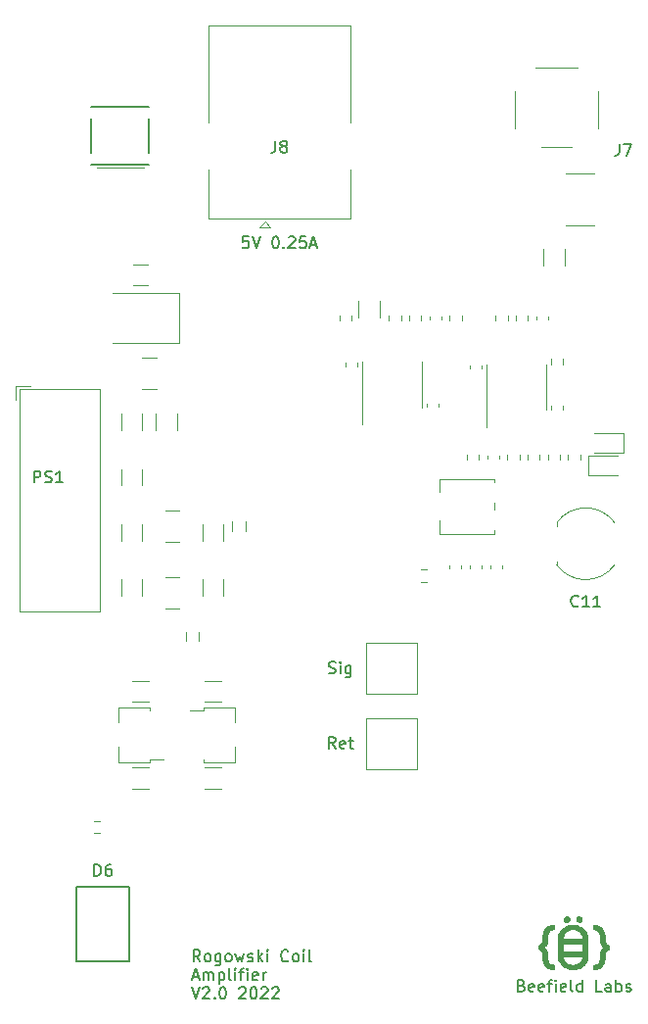
<source format=gbr>
%TF.GenerationSoftware,KiCad,Pcbnew,6.0.8-f2edbf62ab~116~ubuntu20.04.1*%
%TF.CreationDate,2022-11-13T19:06:06-08:00*%
%TF.ProjectId,packaged-amp,7061636b-6167-4656-942d-616d702e6b69,rev?*%
%TF.SameCoordinates,Original*%
%TF.FileFunction,Legend,Top*%
%TF.FilePolarity,Positive*%
%FSLAX46Y46*%
G04 Gerber Fmt 4.6, Leading zero omitted, Abs format (unit mm)*
G04 Created by KiCad (PCBNEW 6.0.8-f2edbf62ab~116~ubuntu20.04.1) date 2022-11-13 19:06:06*
%MOMM*%
%LPD*%
G01*
G04 APERTURE LIST*
%ADD10C,0.150000*%
%ADD11C,0.120000*%
G04 APERTURE END LIST*
D10*
X120702380Y-144428571D02*
X120845238Y-144476190D01*
X120892857Y-144523809D01*
X120940476Y-144619047D01*
X120940476Y-144761904D01*
X120892857Y-144857142D01*
X120845238Y-144904761D01*
X120750000Y-144952380D01*
X120369047Y-144952380D01*
X120369047Y-143952380D01*
X120702380Y-143952380D01*
X120797619Y-144000000D01*
X120845238Y-144047619D01*
X120892857Y-144142857D01*
X120892857Y-144238095D01*
X120845238Y-144333333D01*
X120797619Y-144380952D01*
X120702380Y-144428571D01*
X120369047Y-144428571D01*
X121750000Y-144904761D02*
X121654761Y-144952380D01*
X121464285Y-144952380D01*
X121369047Y-144904761D01*
X121321428Y-144809523D01*
X121321428Y-144428571D01*
X121369047Y-144333333D01*
X121464285Y-144285714D01*
X121654761Y-144285714D01*
X121750000Y-144333333D01*
X121797619Y-144428571D01*
X121797619Y-144523809D01*
X121321428Y-144619047D01*
X122607142Y-144904761D02*
X122511904Y-144952380D01*
X122321428Y-144952380D01*
X122226190Y-144904761D01*
X122178571Y-144809523D01*
X122178571Y-144428571D01*
X122226190Y-144333333D01*
X122321428Y-144285714D01*
X122511904Y-144285714D01*
X122607142Y-144333333D01*
X122654761Y-144428571D01*
X122654761Y-144523809D01*
X122178571Y-144619047D01*
X122940476Y-144285714D02*
X123321428Y-144285714D01*
X123083333Y-144952380D02*
X123083333Y-144095238D01*
X123130952Y-144000000D01*
X123226190Y-143952380D01*
X123321428Y-143952380D01*
X123654761Y-144952380D02*
X123654761Y-144285714D01*
X123654761Y-143952380D02*
X123607142Y-144000000D01*
X123654761Y-144047619D01*
X123702380Y-144000000D01*
X123654761Y-143952380D01*
X123654761Y-144047619D01*
X124511904Y-144904761D02*
X124416666Y-144952380D01*
X124226190Y-144952380D01*
X124130952Y-144904761D01*
X124083333Y-144809523D01*
X124083333Y-144428571D01*
X124130952Y-144333333D01*
X124226190Y-144285714D01*
X124416666Y-144285714D01*
X124511904Y-144333333D01*
X124559523Y-144428571D01*
X124559523Y-144523809D01*
X124083333Y-144619047D01*
X125130952Y-144952380D02*
X125035714Y-144904761D01*
X124988095Y-144809523D01*
X124988095Y-143952380D01*
X125940476Y-144952380D02*
X125940476Y-143952380D01*
X125940476Y-144904761D02*
X125845238Y-144952380D01*
X125654761Y-144952380D01*
X125559523Y-144904761D01*
X125511904Y-144857142D01*
X125464285Y-144761904D01*
X125464285Y-144476190D01*
X125511904Y-144380952D01*
X125559523Y-144333333D01*
X125654761Y-144285714D01*
X125845238Y-144285714D01*
X125940476Y-144333333D01*
X127654761Y-144952380D02*
X127178571Y-144952380D01*
X127178571Y-143952380D01*
X128416666Y-144952380D02*
X128416666Y-144428571D01*
X128369047Y-144333333D01*
X128273809Y-144285714D01*
X128083333Y-144285714D01*
X127988095Y-144333333D01*
X128416666Y-144904761D02*
X128321428Y-144952380D01*
X128083333Y-144952380D01*
X127988095Y-144904761D01*
X127940476Y-144809523D01*
X127940476Y-144714285D01*
X127988095Y-144619047D01*
X128083333Y-144571428D01*
X128321428Y-144571428D01*
X128416666Y-144523809D01*
X128892857Y-144952380D02*
X128892857Y-143952380D01*
X128892857Y-144333333D02*
X128988095Y-144285714D01*
X129178571Y-144285714D01*
X129273809Y-144333333D01*
X129321428Y-144380952D01*
X129369047Y-144476190D01*
X129369047Y-144761904D01*
X129321428Y-144857142D01*
X129273809Y-144904761D01*
X129178571Y-144952380D01*
X128988095Y-144952380D01*
X128892857Y-144904761D01*
X129750000Y-144904761D02*
X129845238Y-144952380D01*
X130035714Y-144952380D01*
X130130952Y-144904761D01*
X130178571Y-144809523D01*
X130178571Y-144761904D01*
X130130952Y-144666666D01*
X130035714Y-144619047D01*
X129892857Y-144619047D01*
X129797619Y-144571428D01*
X129750000Y-144476190D01*
X129750000Y-144428571D01*
X129797619Y-144333333D01*
X129892857Y-144285714D01*
X130035714Y-144285714D01*
X130130952Y-144333333D01*
X92907023Y-142342380D02*
X92573690Y-141866190D01*
X92335595Y-142342380D02*
X92335595Y-141342380D01*
X92716547Y-141342380D01*
X92811785Y-141390000D01*
X92859404Y-141437619D01*
X92907023Y-141532857D01*
X92907023Y-141675714D01*
X92859404Y-141770952D01*
X92811785Y-141818571D01*
X92716547Y-141866190D01*
X92335595Y-141866190D01*
X93478452Y-142342380D02*
X93383214Y-142294761D01*
X93335595Y-142247142D01*
X93287976Y-142151904D01*
X93287976Y-141866190D01*
X93335595Y-141770952D01*
X93383214Y-141723333D01*
X93478452Y-141675714D01*
X93621309Y-141675714D01*
X93716547Y-141723333D01*
X93764166Y-141770952D01*
X93811785Y-141866190D01*
X93811785Y-142151904D01*
X93764166Y-142247142D01*
X93716547Y-142294761D01*
X93621309Y-142342380D01*
X93478452Y-142342380D01*
X94668928Y-141675714D02*
X94668928Y-142485238D01*
X94621309Y-142580476D01*
X94573690Y-142628095D01*
X94478452Y-142675714D01*
X94335595Y-142675714D01*
X94240357Y-142628095D01*
X94668928Y-142294761D02*
X94573690Y-142342380D01*
X94383214Y-142342380D01*
X94287976Y-142294761D01*
X94240357Y-142247142D01*
X94192738Y-142151904D01*
X94192738Y-141866190D01*
X94240357Y-141770952D01*
X94287976Y-141723333D01*
X94383214Y-141675714D01*
X94573690Y-141675714D01*
X94668928Y-141723333D01*
X95287976Y-142342380D02*
X95192738Y-142294761D01*
X95145119Y-142247142D01*
X95097500Y-142151904D01*
X95097500Y-141866190D01*
X95145119Y-141770952D01*
X95192738Y-141723333D01*
X95287976Y-141675714D01*
X95430833Y-141675714D01*
X95526071Y-141723333D01*
X95573690Y-141770952D01*
X95621309Y-141866190D01*
X95621309Y-142151904D01*
X95573690Y-142247142D01*
X95526071Y-142294761D01*
X95430833Y-142342380D01*
X95287976Y-142342380D01*
X95954642Y-141675714D02*
X96145119Y-142342380D01*
X96335595Y-141866190D01*
X96526071Y-142342380D01*
X96716547Y-141675714D01*
X97049880Y-142294761D02*
X97145119Y-142342380D01*
X97335595Y-142342380D01*
X97430833Y-142294761D01*
X97478452Y-142199523D01*
X97478452Y-142151904D01*
X97430833Y-142056666D01*
X97335595Y-142009047D01*
X97192738Y-142009047D01*
X97097500Y-141961428D01*
X97049880Y-141866190D01*
X97049880Y-141818571D01*
X97097500Y-141723333D01*
X97192738Y-141675714D01*
X97335595Y-141675714D01*
X97430833Y-141723333D01*
X97907023Y-142342380D02*
X97907023Y-141342380D01*
X98002261Y-141961428D02*
X98287976Y-142342380D01*
X98287976Y-141675714D02*
X97907023Y-142056666D01*
X98716547Y-142342380D02*
X98716547Y-141675714D01*
X98716547Y-141342380D02*
X98668928Y-141390000D01*
X98716547Y-141437619D01*
X98764166Y-141390000D01*
X98716547Y-141342380D01*
X98716547Y-141437619D01*
X100526071Y-142247142D02*
X100478452Y-142294761D01*
X100335595Y-142342380D01*
X100240357Y-142342380D01*
X100097500Y-142294761D01*
X100002261Y-142199523D01*
X99954642Y-142104285D01*
X99907023Y-141913809D01*
X99907023Y-141770952D01*
X99954642Y-141580476D01*
X100002261Y-141485238D01*
X100097500Y-141390000D01*
X100240357Y-141342380D01*
X100335595Y-141342380D01*
X100478452Y-141390000D01*
X100526071Y-141437619D01*
X101097500Y-142342380D02*
X101002261Y-142294761D01*
X100954642Y-142247142D01*
X100907023Y-142151904D01*
X100907023Y-141866190D01*
X100954642Y-141770952D01*
X101002261Y-141723333D01*
X101097500Y-141675714D01*
X101240357Y-141675714D01*
X101335595Y-141723333D01*
X101383214Y-141770952D01*
X101430833Y-141866190D01*
X101430833Y-142151904D01*
X101383214Y-142247142D01*
X101335595Y-142294761D01*
X101240357Y-142342380D01*
X101097500Y-142342380D01*
X101859404Y-142342380D02*
X101859404Y-141675714D01*
X101859404Y-141342380D02*
X101811785Y-141390000D01*
X101859404Y-141437619D01*
X101907023Y-141390000D01*
X101859404Y-141342380D01*
X101859404Y-141437619D01*
X102478452Y-142342380D02*
X102383214Y-142294761D01*
X102335595Y-142199523D01*
X102335595Y-141342380D01*
X92287976Y-143666666D02*
X92764166Y-143666666D01*
X92192738Y-143952380D02*
X92526071Y-142952380D01*
X92859404Y-143952380D01*
X93192738Y-143952380D02*
X93192738Y-143285714D01*
X93192738Y-143380952D02*
X93240357Y-143333333D01*
X93335595Y-143285714D01*
X93478452Y-143285714D01*
X93573690Y-143333333D01*
X93621309Y-143428571D01*
X93621309Y-143952380D01*
X93621309Y-143428571D02*
X93668928Y-143333333D01*
X93764166Y-143285714D01*
X93907023Y-143285714D01*
X94002261Y-143333333D01*
X94049880Y-143428571D01*
X94049880Y-143952380D01*
X94526071Y-143285714D02*
X94526071Y-144285714D01*
X94526071Y-143333333D02*
X94621309Y-143285714D01*
X94811785Y-143285714D01*
X94907023Y-143333333D01*
X94954642Y-143380952D01*
X95002261Y-143476190D01*
X95002261Y-143761904D01*
X94954642Y-143857142D01*
X94907023Y-143904761D01*
X94811785Y-143952380D01*
X94621309Y-143952380D01*
X94526071Y-143904761D01*
X95573690Y-143952380D02*
X95478452Y-143904761D01*
X95430833Y-143809523D01*
X95430833Y-142952380D01*
X95954642Y-143952380D02*
X95954642Y-143285714D01*
X95954642Y-142952380D02*
X95907023Y-143000000D01*
X95954642Y-143047619D01*
X96002261Y-143000000D01*
X95954642Y-142952380D01*
X95954642Y-143047619D01*
X96287976Y-143285714D02*
X96668928Y-143285714D01*
X96430833Y-143952380D02*
X96430833Y-143095238D01*
X96478452Y-143000000D01*
X96573690Y-142952380D01*
X96668928Y-142952380D01*
X97002261Y-143952380D02*
X97002261Y-143285714D01*
X97002261Y-142952380D02*
X96954642Y-143000000D01*
X97002261Y-143047619D01*
X97049880Y-143000000D01*
X97002261Y-142952380D01*
X97002261Y-143047619D01*
X97859404Y-143904761D02*
X97764166Y-143952380D01*
X97573690Y-143952380D01*
X97478452Y-143904761D01*
X97430833Y-143809523D01*
X97430833Y-143428571D01*
X97478452Y-143333333D01*
X97573690Y-143285714D01*
X97764166Y-143285714D01*
X97859404Y-143333333D01*
X97907023Y-143428571D01*
X97907023Y-143523809D01*
X97430833Y-143619047D01*
X98335595Y-143952380D02*
X98335595Y-143285714D01*
X98335595Y-143476190D02*
X98383214Y-143380952D01*
X98430833Y-143333333D01*
X98526071Y-143285714D01*
X98621309Y-143285714D01*
X92192738Y-144562380D02*
X92526071Y-145562380D01*
X92859404Y-144562380D01*
X93145119Y-144657619D02*
X93192738Y-144610000D01*
X93287976Y-144562380D01*
X93526071Y-144562380D01*
X93621309Y-144610000D01*
X93668928Y-144657619D01*
X93716547Y-144752857D01*
X93716547Y-144848095D01*
X93668928Y-144990952D01*
X93097500Y-145562380D01*
X93716547Y-145562380D01*
X94145119Y-145467142D02*
X94192738Y-145514761D01*
X94145119Y-145562380D01*
X94097500Y-145514761D01*
X94145119Y-145467142D01*
X94145119Y-145562380D01*
X94811785Y-144562380D02*
X94907023Y-144562380D01*
X95002261Y-144610000D01*
X95049880Y-144657619D01*
X95097500Y-144752857D01*
X95145119Y-144943333D01*
X95145119Y-145181428D01*
X95097500Y-145371904D01*
X95049880Y-145467142D01*
X95002261Y-145514761D01*
X94907023Y-145562380D01*
X94811785Y-145562380D01*
X94716547Y-145514761D01*
X94668928Y-145467142D01*
X94621309Y-145371904D01*
X94573690Y-145181428D01*
X94573690Y-144943333D01*
X94621309Y-144752857D01*
X94668928Y-144657619D01*
X94716547Y-144610000D01*
X94811785Y-144562380D01*
X96287976Y-144657619D02*
X96335595Y-144610000D01*
X96430833Y-144562380D01*
X96668928Y-144562380D01*
X96764166Y-144610000D01*
X96811785Y-144657619D01*
X96859404Y-144752857D01*
X96859404Y-144848095D01*
X96811785Y-144990952D01*
X96240357Y-145562380D01*
X96859404Y-145562380D01*
X97478452Y-144562380D02*
X97573690Y-144562380D01*
X97668928Y-144610000D01*
X97716547Y-144657619D01*
X97764166Y-144752857D01*
X97811785Y-144943333D01*
X97811785Y-145181428D01*
X97764166Y-145371904D01*
X97716547Y-145467142D01*
X97668928Y-145514761D01*
X97573690Y-145562380D01*
X97478452Y-145562380D01*
X97383214Y-145514761D01*
X97335595Y-145467142D01*
X97287976Y-145371904D01*
X97240357Y-145181428D01*
X97240357Y-144943333D01*
X97287976Y-144752857D01*
X97335595Y-144657619D01*
X97383214Y-144610000D01*
X97478452Y-144562380D01*
X98192738Y-144657619D02*
X98240357Y-144610000D01*
X98335595Y-144562380D01*
X98573690Y-144562380D01*
X98668928Y-144610000D01*
X98716547Y-144657619D01*
X98764166Y-144752857D01*
X98764166Y-144848095D01*
X98716547Y-144990952D01*
X98145119Y-145562380D01*
X98764166Y-145562380D01*
X99145119Y-144657619D02*
X99192738Y-144610000D01*
X99287976Y-144562380D01*
X99526071Y-144562380D01*
X99621309Y-144610000D01*
X99668928Y-144657619D01*
X99716547Y-144752857D01*
X99716547Y-144848095D01*
X99668928Y-144990952D01*
X99097500Y-145562380D01*
X99716547Y-145562380D01*
X97083333Y-79702380D02*
X96607142Y-79702380D01*
X96559523Y-80178571D01*
X96607142Y-80130952D01*
X96702380Y-80083333D01*
X96940476Y-80083333D01*
X97035714Y-80130952D01*
X97083333Y-80178571D01*
X97130952Y-80273809D01*
X97130952Y-80511904D01*
X97083333Y-80607142D01*
X97035714Y-80654761D01*
X96940476Y-80702380D01*
X96702380Y-80702380D01*
X96607142Y-80654761D01*
X96559523Y-80607142D01*
X97416666Y-79702380D02*
X97750000Y-80702380D01*
X98083333Y-79702380D01*
X99369047Y-79702380D02*
X99464285Y-79702380D01*
X99559523Y-79750000D01*
X99607142Y-79797619D01*
X99654761Y-79892857D01*
X99702380Y-80083333D01*
X99702380Y-80321428D01*
X99654761Y-80511904D01*
X99607142Y-80607142D01*
X99559523Y-80654761D01*
X99464285Y-80702380D01*
X99369047Y-80702380D01*
X99273809Y-80654761D01*
X99226190Y-80607142D01*
X99178571Y-80511904D01*
X99130952Y-80321428D01*
X99130952Y-80083333D01*
X99178571Y-79892857D01*
X99226190Y-79797619D01*
X99273809Y-79750000D01*
X99369047Y-79702380D01*
X100130952Y-80607142D02*
X100178571Y-80654761D01*
X100130952Y-80702380D01*
X100083333Y-80654761D01*
X100130952Y-80607142D01*
X100130952Y-80702380D01*
X100559523Y-79797619D02*
X100607142Y-79750000D01*
X100702380Y-79702380D01*
X100940476Y-79702380D01*
X101035714Y-79750000D01*
X101083333Y-79797619D01*
X101130952Y-79892857D01*
X101130952Y-79988095D01*
X101083333Y-80130952D01*
X100511904Y-80702380D01*
X101130952Y-80702380D01*
X102035714Y-79702380D02*
X101559523Y-79702380D01*
X101511904Y-80178571D01*
X101559523Y-80130952D01*
X101654761Y-80083333D01*
X101892857Y-80083333D01*
X101988095Y-80130952D01*
X102035714Y-80178571D01*
X102083333Y-80273809D01*
X102083333Y-80511904D01*
X102035714Y-80607142D01*
X101988095Y-80654761D01*
X101892857Y-80702380D01*
X101654761Y-80702380D01*
X101559523Y-80654761D01*
X101511904Y-80607142D01*
X102464285Y-80416666D02*
X102940476Y-80416666D01*
X102369047Y-80702380D02*
X102702380Y-79702380D01*
X103035714Y-80702380D01*
X104595238Y-123952380D02*
X104261904Y-123476190D01*
X104023809Y-123952380D02*
X104023809Y-122952380D01*
X104404761Y-122952380D01*
X104500000Y-123000000D01*
X104547619Y-123047619D01*
X104595238Y-123142857D01*
X104595238Y-123285714D01*
X104547619Y-123380952D01*
X104500000Y-123428571D01*
X104404761Y-123476190D01*
X104023809Y-123476190D01*
X105404761Y-123904761D02*
X105309523Y-123952380D01*
X105119047Y-123952380D01*
X105023809Y-123904761D01*
X104976190Y-123809523D01*
X104976190Y-123428571D01*
X105023809Y-123333333D01*
X105119047Y-123285714D01*
X105309523Y-123285714D01*
X105404761Y-123333333D01*
X105452380Y-123428571D01*
X105452380Y-123523809D01*
X104976190Y-123619047D01*
X105738095Y-123285714D02*
X106119047Y-123285714D01*
X105880952Y-122952380D02*
X105880952Y-123809523D01*
X105928571Y-123904761D01*
X106023809Y-123952380D01*
X106119047Y-123952380D01*
X104023809Y-117404761D02*
X104166666Y-117452380D01*
X104404761Y-117452380D01*
X104500000Y-117404761D01*
X104547619Y-117357142D01*
X104595238Y-117261904D01*
X104595238Y-117166666D01*
X104547619Y-117071428D01*
X104500000Y-117023809D01*
X104404761Y-116976190D01*
X104214285Y-116928571D01*
X104119047Y-116880952D01*
X104071428Y-116833333D01*
X104023809Y-116738095D01*
X104023809Y-116642857D01*
X104071428Y-116547619D01*
X104119047Y-116500000D01*
X104214285Y-116452380D01*
X104452380Y-116452380D01*
X104595238Y-116500000D01*
X105023809Y-117452380D02*
X105023809Y-116785714D01*
X105023809Y-116452380D02*
X104976190Y-116500000D01*
X105023809Y-116547619D01*
X105071428Y-116500000D01*
X105023809Y-116452380D01*
X105023809Y-116547619D01*
X105928571Y-116785714D02*
X105928571Y-117595238D01*
X105880952Y-117690476D01*
X105833333Y-117738095D01*
X105738095Y-117785714D01*
X105595238Y-117785714D01*
X105500000Y-117738095D01*
X105928571Y-117404761D02*
X105833333Y-117452380D01*
X105642857Y-117452380D01*
X105547619Y-117404761D01*
X105500000Y-117357142D01*
X105452380Y-117261904D01*
X105452380Y-116976190D01*
X105500000Y-116880952D01*
X105547619Y-116833333D01*
X105642857Y-116785714D01*
X105833333Y-116785714D01*
X105928571Y-116833333D01*
%TO.C,J8*%
X99416666Y-71452380D02*
X99416666Y-72166666D01*
X99369047Y-72309523D01*
X99273809Y-72404761D01*
X99130952Y-72452380D01*
X99035714Y-72452380D01*
X100035714Y-71880952D02*
X99940476Y-71833333D01*
X99892857Y-71785714D01*
X99845238Y-71690476D01*
X99845238Y-71642857D01*
X99892857Y-71547619D01*
X99940476Y-71500000D01*
X100035714Y-71452380D01*
X100226190Y-71452380D01*
X100321428Y-71500000D01*
X100369047Y-71547619D01*
X100416666Y-71642857D01*
X100416666Y-71690476D01*
X100369047Y-71785714D01*
X100321428Y-71833333D01*
X100226190Y-71880952D01*
X100035714Y-71880952D01*
X99940476Y-71928571D01*
X99892857Y-71976190D01*
X99845238Y-72071428D01*
X99845238Y-72261904D01*
X99892857Y-72357142D01*
X99940476Y-72404761D01*
X100035714Y-72452380D01*
X100226190Y-72452380D01*
X100321428Y-72404761D01*
X100369047Y-72357142D01*
X100416666Y-72261904D01*
X100416666Y-72071428D01*
X100369047Y-71976190D01*
X100321428Y-71928571D01*
X100226190Y-71880952D01*
%TO.C,PS1*%
X78535714Y-100952380D02*
X78535714Y-99952380D01*
X78916666Y-99952380D01*
X79011904Y-100000000D01*
X79059523Y-100047619D01*
X79107142Y-100142857D01*
X79107142Y-100285714D01*
X79059523Y-100380952D01*
X79011904Y-100428571D01*
X78916666Y-100476190D01*
X78535714Y-100476190D01*
X79488095Y-100904761D02*
X79630952Y-100952380D01*
X79869047Y-100952380D01*
X79964285Y-100904761D01*
X80011904Y-100857142D01*
X80059523Y-100761904D01*
X80059523Y-100666666D01*
X80011904Y-100571428D01*
X79964285Y-100523809D01*
X79869047Y-100476190D01*
X79678571Y-100428571D01*
X79583333Y-100380952D01*
X79535714Y-100333333D01*
X79488095Y-100238095D01*
X79488095Y-100142857D01*
X79535714Y-100047619D01*
X79583333Y-100000000D01*
X79678571Y-99952380D01*
X79916666Y-99952380D01*
X80059523Y-100000000D01*
X81011904Y-100952380D02*
X80440476Y-100952380D01*
X80726190Y-100952380D02*
X80726190Y-99952380D01*
X80630952Y-100095238D01*
X80535714Y-100190476D01*
X80440476Y-100238095D01*
%TO.C,D6*%
X83761904Y-134952380D02*
X83761904Y-133952380D01*
X84000000Y-133952380D01*
X84142857Y-134000000D01*
X84238095Y-134095238D01*
X84285714Y-134190476D01*
X84333333Y-134380952D01*
X84333333Y-134523809D01*
X84285714Y-134714285D01*
X84238095Y-134809523D01*
X84142857Y-134904761D01*
X84000000Y-134952380D01*
X83761904Y-134952380D01*
X85190476Y-133952380D02*
X85000000Y-133952380D01*
X84904761Y-134000000D01*
X84857142Y-134047619D01*
X84761904Y-134190476D01*
X84714285Y-134380952D01*
X84714285Y-134761904D01*
X84761904Y-134857142D01*
X84809523Y-134904761D01*
X84904761Y-134952380D01*
X85095238Y-134952380D01*
X85190476Y-134904761D01*
X85238095Y-134857142D01*
X85285714Y-134761904D01*
X85285714Y-134523809D01*
X85238095Y-134428571D01*
X85190476Y-134380952D01*
X85095238Y-134333333D01*
X84904761Y-134333333D01*
X84809523Y-134380952D01*
X84761904Y-134428571D01*
X84714285Y-134523809D01*
%TO.C,C11*%
X125607142Y-111607142D02*
X125559523Y-111654761D01*
X125416666Y-111702380D01*
X125321428Y-111702380D01*
X125178571Y-111654761D01*
X125083333Y-111559523D01*
X125035714Y-111464285D01*
X124988095Y-111273809D01*
X124988095Y-111130952D01*
X125035714Y-110940476D01*
X125083333Y-110845238D01*
X125178571Y-110750000D01*
X125321428Y-110702380D01*
X125416666Y-110702380D01*
X125559523Y-110750000D01*
X125607142Y-110797619D01*
X126559523Y-111702380D02*
X125988095Y-111702380D01*
X126273809Y-111702380D02*
X126273809Y-110702380D01*
X126178571Y-110845238D01*
X126083333Y-110940476D01*
X125988095Y-110988095D01*
X127511904Y-111702380D02*
X126940476Y-111702380D01*
X127226190Y-111702380D02*
X127226190Y-110702380D01*
X127130952Y-110845238D01*
X127035714Y-110940476D01*
X126940476Y-110988095D01*
%TO.C,J7*%
X129166666Y-71702380D02*
X129166666Y-72416666D01*
X129119047Y-72559523D01*
X129023809Y-72654761D01*
X128880952Y-72702380D01*
X128785714Y-72702380D01*
X129547619Y-71702380D02*
X130214285Y-71702380D01*
X129785714Y-72702380D01*
D11*
%TO.C,R6*%
X125772500Y-98987258D02*
X125772500Y-98512742D01*
X124727500Y-98987258D02*
X124727500Y-98512742D01*
%TO.C,C2*%
X86090000Y-95038748D02*
X86090000Y-96461252D01*
X87910000Y-95038748D02*
X87910000Y-96461252D01*
%TO.C,C5*%
X106510000Y-90609420D02*
X106510000Y-90890580D01*
X105490000Y-90609420D02*
X105490000Y-90890580D01*
%TO.C,FB1*%
X91690000Y-113850378D02*
X91690000Y-114649622D01*
X92810000Y-113850378D02*
X92810000Y-114649622D01*
%TO.C,U1*%
X112060000Y-92500000D02*
X112060000Y-90550000D01*
X106940000Y-92500000D02*
X106940000Y-90550000D01*
X112060000Y-92500000D02*
X112060000Y-94450000D01*
X106940000Y-92500000D02*
X106940000Y-95950000D01*
%TO.C,C9*%
X119010000Y-108390580D02*
X119010000Y-108109420D01*
X117990000Y-108390580D02*
X117990000Y-108109420D01*
%TO.C,R1*%
X112012742Y-108477500D02*
X112487258Y-108477500D01*
X112012742Y-109522500D02*
X112487258Y-109522500D01*
%TO.C,R9*%
X112022500Y-86512742D02*
X112022500Y-86987258D01*
X110977500Y-86512742D02*
X110977500Y-86987258D01*
%TO.C,D1*%
X129500000Y-96650000D02*
X126950000Y-96650000D01*
X129500000Y-98350000D02*
X129500000Y-96650000D01*
X129500000Y-98350000D02*
X126950000Y-98350000D01*
%TO.C,L2*%
X89102064Y-90140000D02*
X87897936Y-90140000D01*
X89102064Y-92860000D02*
X87897936Y-92860000D01*
%TO.C,C4*%
X90910000Y-95038748D02*
X90910000Y-96461252D01*
X89090000Y-95038748D02*
X89090000Y-96461252D01*
%TO.C,C15*%
X106590000Y-86711252D02*
X106590000Y-85288748D01*
X108410000Y-86711252D02*
X108410000Y-85288748D01*
%TO.C,C31*%
X94711252Y-125590000D02*
X93288748Y-125590000D01*
X94711252Y-127410000D02*
X93288748Y-127410000D01*
%TO.C,TP11*%
X107300000Y-114800000D02*
X111700000Y-114800000D01*
X111700000Y-119200000D02*
X107300000Y-119200000D01*
X107300000Y-119200000D02*
X107300000Y-114800000D01*
X111700000Y-114800000D02*
X111700000Y-119200000D01*
%TO.C,R10*%
X124272500Y-90262742D02*
X124272500Y-90737258D01*
X123227500Y-90262742D02*
X123227500Y-90737258D01*
%TO.C,C14*%
X117740000Y-98609420D02*
X117740000Y-98890580D01*
X118760000Y-98609420D02*
X118760000Y-98890580D01*
%TO.C,C3*%
X87910000Y-110711252D02*
X87910000Y-109288748D01*
X86090000Y-110711252D02*
X86090000Y-109288748D01*
%TO.C,C30*%
X88461252Y-127410000D02*
X87038748Y-127410000D01*
X88461252Y-125590000D02*
X87038748Y-125590000D01*
%TO.C,R7*%
X110272500Y-86987258D02*
X110272500Y-86512742D01*
X109227500Y-86987258D02*
X109227500Y-86512742D01*
%TO.C,C28*%
X88461252Y-119910000D02*
X87038748Y-119910000D01*
X88461252Y-118090000D02*
X87038748Y-118090000D01*
%TO.C,L3*%
X89897936Y-109140000D02*
X91102064Y-109140000D01*
X89897936Y-111860000D02*
X91102064Y-111860000D01*
%TO.C,R25*%
X83762742Y-131272500D02*
X84237258Y-131272500D01*
X83762742Y-130227500D02*
X84237258Y-130227500D01*
%TO.C,C12*%
X116240000Y-90859420D02*
X116240000Y-91140580D01*
X117260000Y-90859420D02*
X117260000Y-91140580D01*
%TO.C,H1*%
G36*
X127171907Y-139206891D02*
G01*
X127303431Y-139231698D01*
X127426698Y-139271792D01*
X127539411Y-139326214D01*
X127639275Y-139394004D01*
X127723994Y-139474206D01*
X127739901Y-139492846D01*
X127811754Y-139595606D01*
X127872676Y-139714232D01*
X127921814Y-139845976D01*
X127958315Y-139988094D01*
X127981328Y-140137836D01*
X127989999Y-140292457D01*
X127990037Y-140298932D01*
X127994253Y-140428994D01*
X128006029Y-140540440D01*
X128025630Y-140634525D01*
X128053320Y-140712504D01*
X128089365Y-140775630D01*
X128091222Y-140778188D01*
X128110281Y-140802606D01*
X128130375Y-140823914D01*
X128155217Y-140845087D01*
X128188520Y-140869100D01*
X128233995Y-140898928D01*
X128271254Y-140922477D01*
X128315234Y-140953896D01*
X128344508Y-140986192D01*
X128361747Y-141024672D01*
X128369620Y-141074645D01*
X128370988Y-141120740D01*
X128368058Y-141191952D01*
X128357654Y-141247067D01*
X128337184Y-141290585D01*
X128304054Y-141327007D01*
X128255671Y-141360831D01*
X128221627Y-141379954D01*
X128149266Y-141429275D01*
X128091752Y-141492865D01*
X128059121Y-141547208D01*
X128040566Y-141587404D01*
X128025882Y-141628667D01*
X128014444Y-141674545D01*
X128005630Y-141728586D01*
X127998816Y-141794338D01*
X127993378Y-141875348D01*
X127990221Y-141939349D01*
X127982594Y-142070496D01*
X127971779Y-142184261D01*
X127957018Y-142284287D01*
X127937556Y-142374217D01*
X127912634Y-142457697D01*
X127881496Y-142538369D01*
X127852837Y-142600807D01*
X127785656Y-142716722D01*
X127705158Y-142816213D01*
X127611320Y-142899293D01*
X127504121Y-142965976D01*
X127383536Y-143016277D01*
X127249544Y-143050209D01*
X127102120Y-143067787D01*
X127088898Y-143068531D01*
X127036171Y-143071093D01*
X127000200Y-143071917D01*
X126976604Y-143070387D01*
X126961002Y-143065888D01*
X126949013Y-143057804D01*
X126938086Y-143047350D01*
X126927943Y-143036668D01*
X126920657Y-143025765D01*
X126915757Y-143011158D01*
X126912769Y-142989370D01*
X126911219Y-142956920D01*
X126910637Y-142910329D01*
X126910547Y-142846117D01*
X126910547Y-142844705D01*
X126911018Y-142772686D01*
X126913089Y-142718955D01*
X126917747Y-142680644D01*
X126925981Y-142654883D01*
X126938778Y-142638803D01*
X126957126Y-142629535D01*
X126982012Y-142624210D01*
X126986686Y-142623529D01*
X127055985Y-142613406D01*
X127108507Y-142604636D01*
X127148515Y-142596268D01*
X127180273Y-142587352D01*
X127208044Y-142576936D01*
X127220774Y-142571326D01*
X127296454Y-142525844D01*
X127356841Y-142465822D01*
X127397049Y-142401231D01*
X127414686Y-142362350D01*
X127429625Y-142322641D01*
X127442244Y-142279644D01*
X127452919Y-142230900D01*
X127462026Y-142173952D01*
X127469943Y-142106341D01*
X127477046Y-142025607D01*
X127483711Y-141929293D01*
X127490316Y-141814940D01*
X127492141Y-141780599D01*
X127497762Y-141690492D01*
X127504386Y-141618324D01*
X127512391Y-141560877D01*
X127522155Y-141514935D01*
X127524269Y-141507140D01*
X127562587Y-141399669D01*
X127612546Y-141306607D01*
X127673041Y-141229698D01*
X127732271Y-141178080D01*
X127789997Y-141136743D01*
X127742803Y-141104273D01*
X127680857Y-141052095D01*
X127627396Y-140985660D01*
X127579828Y-140901716D01*
X127577506Y-140896891D01*
X127552730Y-140841398D01*
X127533517Y-140788569D01*
X127518937Y-140733911D01*
X127508058Y-140672928D01*
X127499949Y-140601128D01*
X127493679Y-140514016D01*
X127492014Y-140484141D01*
X127485309Y-140365057D01*
X127478641Y-140264654D01*
X127471624Y-140180451D01*
X127463875Y-140109965D01*
X127455010Y-140050716D01*
X127444646Y-140000222D01*
X127432398Y-139956002D01*
X127417884Y-139915573D01*
X127400719Y-139876455D01*
X127396763Y-139868218D01*
X127358095Y-139804048D01*
X127309477Y-139752208D01*
X127248714Y-139711439D01*
X127173613Y-139680480D01*
X127081981Y-139658071D01*
X127012406Y-139647481D01*
X126962731Y-139634278D01*
X126935677Y-139615940D01*
X126926289Y-139605699D01*
X126919587Y-139594394D01*
X126915120Y-139578510D01*
X126912434Y-139554532D01*
X126911079Y-139518943D01*
X126910601Y-139468228D01*
X126910547Y-139420516D01*
X126910661Y-139356839D01*
X126911312Y-139310802D01*
X126912969Y-139278878D01*
X126916098Y-139257542D01*
X126921164Y-139243267D01*
X126928637Y-139232526D01*
X126936524Y-139224243D01*
X126953682Y-139209977D01*
X126973532Y-139202099D01*
X127002799Y-139198828D01*
X127034420Y-139198328D01*
X127171907Y-139206891D01*
G37*
G36*
X124723363Y-138430017D02*
G01*
X124794837Y-138460876D01*
X124853147Y-138506373D01*
X124896902Y-138563556D01*
X124924708Y-138629473D01*
X124935173Y-138701173D01*
X124926904Y-138775704D01*
X124910145Y-138825856D01*
X124873285Y-138886659D01*
X124822164Y-138935867D01*
X124760790Y-138971688D01*
X124693174Y-138992327D01*
X124623324Y-138995993D01*
X124559801Y-138982571D01*
X124486960Y-138946661D01*
X124429618Y-138897431D01*
X124388955Y-138836656D01*
X124366150Y-138766111D01*
X124362384Y-138687571D01*
X124362523Y-138685777D01*
X124376938Y-138611594D01*
X124408384Y-138548441D01*
X124455616Y-138495369D01*
X124520388Y-138449348D01*
X124589751Y-138423790D01*
X124662839Y-138418908D01*
X124723363Y-138430017D01*
G37*
G36*
X123500783Y-139201260D02*
G01*
X123530135Y-139205747D01*
X123551999Y-139213556D01*
X123567470Y-139227519D01*
X123577645Y-139250470D01*
X123583619Y-139285242D01*
X123586489Y-139334668D01*
X123587350Y-139401581D01*
X123587381Y-139425135D01*
X123587091Y-139496528D01*
X123585053Y-139549734D01*
X123579509Y-139587734D01*
X123568703Y-139613507D01*
X123550877Y-139630034D01*
X123524277Y-139640294D01*
X123487144Y-139647269D01*
X123453770Y-139651814D01*
X123356587Y-139670183D01*
X123276191Y-139698153D01*
X123209896Y-139737023D01*
X123155019Y-139788094D01*
X123143451Y-139802056D01*
X123111354Y-139848788D01*
X123084808Y-139901894D01*
X123063254Y-139963791D01*
X123046135Y-140036899D01*
X123032892Y-140123634D01*
X123022968Y-140226416D01*
X123015805Y-140347662D01*
X123015382Y-140357141D01*
X123011319Y-140446507D01*
X123007595Y-140518098D01*
X123003852Y-140575291D01*
X122999736Y-140621466D01*
X122994889Y-140660001D01*
X122988956Y-140694277D01*
X122981581Y-140727671D01*
X122972670Y-140762581D01*
X122936760Y-140866881D01*
X122888388Y-140958802D01*
X122829110Y-141035863D01*
X122765896Y-141091780D01*
X122708408Y-141132946D01*
X122744209Y-141155072D01*
X122782619Y-141184524D01*
X122825153Y-141226107D01*
X122865826Y-141273357D01*
X122898651Y-141319808D01*
X122902158Y-141325670D01*
X122927311Y-141376924D01*
X122952094Y-141441567D01*
X122973948Y-141511939D01*
X122990314Y-141580375D01*
X122993985Y-141600682D01*
X122997840Y-141632077D01*
X123002150Y-141680296D01*
X123006604Y-141741011D01*
X123010892Y-141809891D01*
X123014703Y-141882610D01*
X123015609Y-141902307D01*
X123021975Y-142017726D01*
X123030216Y-142114817D01*
X123040809Y-142196372D01*
X123054233Y-142265182D01*
X123070966Y-142324040D01*
X123091486Y-142375739D01*
X123099569Y-142392494D01*
X123148493Y-142469545D01*
X123209258Y-142529522D01*
X123282782Y-142573049D01*
X123369982Y-142600752D01*
X123416931Y-142608608D01*
X123470502Y-142615576D01*
X123507301Y-142621274D01*
X123531583Y-142626841D01*
X123547604Y-142633420D01*
X123559621Y-142642151D01*
X123566483Y-142648701D01*
X123574256Y-142658072D01*
X123579832Y-142670451D01*
X123583570Y-142689213D01*
X123585831Y-142717732D01*
X123586974Y-142759382D01*
X123587358Y-142817540D01*
X123587381Y-142844705D01*
X123587275Y-142909384D01*
X123586661Y-142956360D01*
X123585090Y-142989095D01*
X123582115Y-143011053D01*
X123577288Y-143025698D01*
X123570163Y-143036491D01*
X123561403Y-143045788D01*
X123545957Y-143059069D01*
X123528710Y-143066758D01*
X123503695Y-143070225D01*
X123464944Y-143070842D01*
X123452924Y-143070718D01*
X123398671Y-143068307D01*
X123337372Y-143063025D01*
X123285143Y-143056418D01*
X123147454Y-143025907D01*
X123023288Y-142979217D01*
X122912539Y-142916250D01*
X122815106Y-142836910D01*
X122730884Y-142741098D01*
X122659771Y-142628718D01*
X122601664Y-142499671D01*
X122561476Y-142373266D01*
X122547841Y-142318750D01*
X122536971Y-142266731D01*
X122528335Y-142212961D01*
X122521404Y-142153193D01*
X122515646Y-142083181D01*
X122510534Y-141998678D01*
X122507696Y-141942213D01*
X122504015Y-141873636D01*
X122499802Y-141809243D01*
X122495385Y-141753174D01*
X122491094Y-141709569D01*
X122487258Y-141682568D01*
X122486918Y-141680967D01*
X122458695Y-141587179D01*
X122418406Y-141508893D01*
X122363596Y-141442758D01*
X122291813Y-141385418D01*
X122253355Y-141361613D01*
X122205099Y-141332357D01*
X122171719Y-141306592D01*
X122150317Y-141279275D01*
X122137998Y-141245363D01*
X122131864Y-141199812D01*
X122129266Y-141145599D01*
X122129012Y-141080001D01*
X122134211Y-141030869D01*
X122146596Y-140993833D01*
X122167896Y-140964523D01*
X122199842Y-140938568D01*
X122215191Y-140928641D01*
X122288873Y-140880924D01*
X122345985Y-140838446D01*
X122389429Y-140798139D01*
X122422103Y-140756936D01*
X122446908Y-140711767D01*
X122465276Y-140664057D01*
X122481757Y-140599775D01*
X122494714Y-140519407D01*
X122503568Y-140427824D01*
X122507741Y-140329900D01*
X122507988Y-140304224D01*
X122513336Y-140185797D01*
X122528006Y-140063248D01*
X122550846Y-139942352D01*
X122580704Y-139828884D01*
X122616427Y-139728619D01*
X122628117Y-139701975D01*
X122693966Y-139582831D01*
X122774118Y-139478717D01*
X122867687Y-139390396D01*
X122973788Y-139318631D01*
X123091536Y-139264187D01*
X123161842Y-139241655D01*
X123218447Y-139228490D01*
X123283647Y-139216996D01*
X123351328Y-139207901D01*
X123415374Y-139201933D01*
X123469673Y-139199822D01*
X123500783Y-139201260D01*
G37*
G36*
X123830811Y-141244313D02*
G01*
X123830797Y-141124432D01*
X123830846Y-140970126D01*
X123831013Y-140835442D01*
X123831326Y-140718839D01*
X123831814Y-140618773D01*
X123832507Y-140533701D01*
X123833432Y-140462079D01*
X123834620Y-140402365D01*
X123836098Y-140353016D01*
X123836620Y-140341266D01*
X124349910Y-140341266D01*
X125989797Y-140341266D01*
X125989797Y-140316500D01*
X125985745Y-140281158D01*
X125974843Y-140232807D01*
X125958975Y-140177722D01*
X125940023Y-140122175D01*
X125919872Y-140072440D01*
X125910861Y-140053523D01*
X125843533Y-139942843D01*
X125762016Y-139847529D01*
X125666926Y-139768194D01*
X125561172Y-139706540D01*
X125479385Y-139671752D01*
X125399300Y-139647698D01*
X125313197Y-139632491D01*
X125227001Y-139624970D01*
X125092112Y-139625392D01*
X124966653Y-139642971D01*
X124846979Y-139678218D01*
X124846797Y-139678286D01*
X124757233Y-139717666D01*
X124679339Y-139765563D01*
X124606375Y-139826542D01*
X124562672Y-139870758D01*
X124484761Y-139969650D01*
X124423294Y-140081848D01*
X124378295Y-140207299D01*
X124355919Y-140306870D01*
X124349910Y-140341266D01*
X123836620Y-140341266D01*
X123837897Y-140312487D01*
X123840043Y-140279237D01*
X123842568Y-140251721D01*
X123845498Y-140228398D01*
X123847850Y-140213485D01*
X123884992Y-140055316D01*
X123940501Y-139905831D01*
X124013579Y-139766543D01*
X124103431Y-139638965D01*
X124209260Y-139524611D01*
X124211484Y-139522516D01*
X124334876Y-139420926D01*
X124469981Y-139336913D01*
X124616634Y-139270537D01*
X124774668Y-139221860D01*
X124943915Y-139190941D01*
X125124208Y-139177841D01*
X125169589Y-139177355D01*
X125323352Y-139182637D01*
X125463026Y-139198862D01*
X125593211Y-139227032D01*
X125718506Y-139268149D01*
X125843509Y-139323214D01*
X125846922Y-139324903D01*
X125948043Y-139379210D01*
X126034082Y-139435175D01*
X126110958Y-139497076D01*
X126183268Y-139567779D01*
X126281753Y-139685796D01*
X126362995Y-139813339D01*
X126427956Y-139952278D01*
X126477598Y-140104482D01*
X126493917Y-140171932D01*
X126497495Y-140189307D01*
X126500614Y-140207672D01*
X126503307Y-140228526D01*
X126505605Y-140253369D01*
X126507538Y-140283701D01*
X126509138Y-140321023D01*
X126510435Y-140366833D01*
X126511461Y-140422632D01*
X126512248Y-140489920D01*
X126512825Y-140570197D01*
X126513225Y-140664962D01*
X126513478Y-140775715D01*
X126513615Y-140903957D01*
X126513668Y-141051187D01*
X126513672Y-141124432D01*
X126513645Y-141280945D01*
X126513544Y-141417787D01*
X126513339Y-141536450D01*
X126512998Y-141638431D01*
X126512493Y-141725224D01*
X126511791Y-141798324D01*
X126510864Y-141859224D01*
X126509680Y-141909420D01*
X126508210Y-141950406D01*
X126506422Y-141983678D01*
X126504287Y-142010728D01*
X126501774Y-142033053D01*
X126498852Y-142052147D01*
X126495492Y-142069504D01*
X126494355Y-142074774D01*
X126449000Y-142236579D01*
X126387025Y-142386529D01*
X126309031Y-142523807D01*
X126215621Y-142647596D01*
X126107399Y-142757079D01*
X125984967Y-142851438D01*
X125872369Y-142918008D01*
X125773720Y-142963447D01*
X125664531Y-143003950D01*
X125555395Y-143035746D01*
X125516366Y-143044714D01*
X125479869Y-143051038D01*
X125430070Y-143057839D01*
X125372178Y-143064607D01*
X125311398Y-143070829D01*
X125252940Y-143075992D01*
X125202009Y-143079584D01*
X125163814Y-143081092D01*
X125149531Y-143080809D01*
X125129474Y-143079342D01*
X125094345Y-143076697D01*
X125050172Y-143073330D01*
X125026714Y-143071528D01*
X124856395Y-143048960D01*
X124695616Y-143008648D01*
X124545338Y-142951309D01*
X124406526Y-142877659D01*
X124280143Y-142788416D01*
X124167151Y-142684297D01*
X124068515Y-142566018D01*
X123985197Y-142434298D01*
X123918161Y-142289852D01*
X123896694Y-142230391D01*
X123885104Y-142195253D01*
X123874959Y-142162739D01*
X123866163Y-142131235D01*
X123858619Y-142099125D01*
X123852232Y-142064796D01*
X123846906Y-142026634D01*
X123843468Y-141992266D01*
X124367842Y-141992266D01*
X124374880Y-142036281D01*
X124392461Y-142103298D01*
X124423477Y-142177952D01*
X124464777Y-142254731D01*
X124513210Y-142328125D01*
X124565624Y-142392622D01*
X124596271Y-142423472D01*
X124686426Y-142493351D01*
X124790436Y-142551299D01*
X124903151Y-142594706D01*
X124967534Y-142611555D01*
X125022682Y-142619817D01*
X125091953Y-142624671D01*
X125168581Y-142626131D01*
X125245801Y-142624216D01*
X125316849Y-142618942D01*
X125373764Y-142610570D01*
X125499562Y-142574852D01*
X125613470Y-142521761D01*
X125715047Y-142451595D01*
X125803854Y-142364650D01*
X125869801Y-142276491D01*
X125894487Y-142234125D01*
X125919502Y-142184093D01*
X125942662Y-142131646D01*
X125961787Y-142082037D01*
X125974695Y-142040515D01*
X125979214Y-142013127D01*
X125978832Y-142009254D01*
X125976754Y-142005892D01*
X125971579Y-142003005D01*
X125961906Y-142000558D01*
X125946337Y-141998514D01*
X125923469Y-141996837D01*
X125891904Y-141995490D01*
X125850241Y-141994438D01*
X125797080Y-141993644D01*
X125731021Y-141993071D01*
X125650662Y-141992684D01*
X125554605Y-141992446D01*
X125441449Y-141992321D01*
X125309794Y-141992273D01*
X125173528Y-141992266D01*
X124367842Y-141992266D01*
X123843468Y-141992266D01*
X123842543Y-141983024D01*
X123839049Y-141932352D01*
X123836326Y-141873003D01*
X123834279Y-141803365D01*
X123832811Y-141721821D01*
X123831827Y-141626758D01*
X123831229Y-141516562D01*
X123831100Y-141463099D01*
X124349381Y-141463099D01*
X126000381Y-141463099D01*
X126000381Y-140881016D01*
X124349381Y-140881016D01*
X124349381Y-141463099D01*
X123831100Y-141463099D01*
X123830923Y-141389619D01*
X123830811Y-141244313D01*
G37*
G36*
X125761637Y-138423223D02*
G01*
X125830977Y-138442288D01*
X125894840Y-138478925D01*
X125941224Y-138522693D01*
X125982354Y-138585950D01*
X126004683Y-138655262D01*
X126008314Y-138727169D01*
X125993353Y-138798212D01*
X125959906Y-138864932D01*
X125929657Y-138902902D01*
X125869392Y-138952844D01*
X125801073Y-138983948D01*
X125727413Y-138995600D01*
X125651128Y-138987183D01*
X125611918Y-138974902D01*
X125553180Y-138941716D01*
X125502206Y-138892700D01*
X125462309Y-138832717D01*
X125436800Y-138766628D01*
X125428881Y-138706140D01*
X125436954Y-138647616D01*
X125458739Y-138586597D01*
X125490583Y-138532695D01*
X125498621Y-138522693D01*
X125555313Y-138471466D01*
X125620350Y-138437812D01*
X125690277Y-138421731D01*
X125761637Y-138423223D01*
G37*
%TO.C,RV1*%
X113630000Y-100630000D02*
X113630000Y-101760000D01*
X118370000Y-105370000D02*
X113630000Y-105370000D01*
X118370000Y-100630000D02*
X118370000Y-100961000D01*
X113630000Y-104240000D02*
X113630000Y-105370000D01*
X118370000Y-105040000D02*
X118370000Y-105370000D01*
X118370000Y-100630000D02*
X113630000Y-100630000D01*
X118370000Y-102741000D02*
X118370000Y-103260000D01*
%TO.C,R12*%
X119522500Y-86512742D02*
X119522500Y-86987258D01*
X118477500Y-86512742D02*
X118477500Y-86987258D01*
%TO.C,R5*%
X120522500Y-98987258D02*
X120522500Y-98512742D01*
X119477500Y-98987258D02*
X119477500Y-98512742D01*
%TO.C,TP12*%
X107300000Y-125700000D02*
X107300000Y-121300000D01*
X111700000Y-121300000D02*
X111700000Y-125700000D01*
X107300000Y-121300000D02*
X111700000Y-121300000D01*
X111700000Y-125700000D02*
X107300000Y-125700000D01*
%TO.C,J8*%
X105910000Y-78177500D02*
X105910000Y-73917500D01*
X99000000Y-78897500D02*
X98500000Y-78397500D01*
X98500000Y-78397500D02*
X98000000Y-78897500D01*
X105910000Y-61457500D02*
X105910000Y-69817500D01*
X93590000Y-69817500D02*
X93590000Y-61457500D01*
X98000000Y-78897500D02*
X99000000Y-78897500D01*
X93590000Y-61457500D02*
X105910000Y-61457500D01*
X93590000Y-78177500D02*
X105910000Y-78177500D01*
X93590000Y-73917500D02*
X93590000Y-78177500D01*
%TO.C,C16*%
X113760000Y-86609420D02*
X113760000Y-86890580D01*
X112740000Y-86609420D02*
X112740000Y-86890580D01*
%TO.C,R13*%
X122590000Y-80772936D02*
X122590000Y-82227064D01*
X124410000Y-80772936D02*
X124410000Y-82227064D01*
%TO.C,C17*%
X87910000Y-99788748D02*
X87910000Y-101211252D01*
X86090000Y-99788748D02*
X86090000Y-101211252D01*
%TO.C,C18*%
X94910000Y-105961252D02*
X94910000Y-104538748D01*
X93090000Y-105961252D02*
X93090000Y-104538748D01*
%TO.C,C10*%
X116240000Y-108390580D02*
X116240000Y-108109420D01*
X117260000Y-108390580D02*
X117260000Y-108109420D01*
%TO.C,R11*%
X120227500Y-86987258D02*
X120227500Y-86512742D01*
X121272500Y-86987258D02*
X121272500Y-86512742D01*
%TO.C,PS1*%
X84210000Y-92890000D02*
X77290000Y-92890000D01*
X77290000Y-112110000D02*
X84210000Y-112110000D01*
X78240000Y-92590000D02*
X76990000Y-92590000D01*
X77290000Y-92890000D02*
X77290000Y-112110000D01*
X84210000Y-112110000D02*
X84210000Y-92890000D01*
X76990000Y-92590000D02*
X76990000Y-93840000D01*
%TO.C,R2*%
X122272500Y-98987258D02*
X122272500Y-98512742D01*
X121227500Y-98987258D02*
X121227500Y-98512742D01*
%TO.C,R8*%
X115522500Y-86987258D02*
X115522500Y-86512742D01*
X114477500Y-86987258D02*
X114477500Y-86512742D01*
%TO.C,L1*%
X88000000Y-73750000D02*
X84000000Y-73750000D01*
D10*
X83500000Y-72500000D02*
X83500000Y-69500000D01*
X88500000Y-72500000D02*
X88500000Y-69500000D01*
X88500000Y-73500000D02*
X83500000Y-73500000D01*
X88500000Y-68500000D02*
X83500000Y-68500000D01*
D11*
%TO.C,GD1*%
X124500000Y-74250000D02*
X127000000Y-74250000D01*
X124500000Y-78750000D02*
X127000000Y-78750000D01*
%TO.C,U5*%
X93190000Y-125110000D02*
X93190000Y-124880000D01*
X93190000Y-120390000D02*
X95910000Y-120390000D01*
X95910000Y-120390000D02*
X95910000Y-121700000D01*
X92050000Y-120620000D02*
X93190000Y-120620000D01*
X95910000Y-123800000D02*
X95910000Y-125110000D01*
X93190000Y-120390000D02*
X93190000Y-120620000D01*
X95910000Y-125110000D02*
X93190000Y-125110000D01*
%TO.C,C6*%
X112490000Y-94109420D02*
X112490000Y-94390580D01*
X113510000Y-94109420D02*
X113510000Y-94390580D01*
%TO.C,C7*%
X87910000Y-105961252D02*
X87910000Y-104538748D01*
X86090000Y-105961252D02*
X86090000Y-104538748D01*
%TO.C,R3*%
X122977500Y-98987258D02*
X122977500Y-98512742D01*
X124022500Y-98987258D02*
X124022500Y-98512742D01*
D10*
%TO.C,D6*%
X86800000Y-142300000D02*
X86800000Y-135900000D01*
X86800000Y-135900000D02*
X82200000Y-135900000D01*
X82200000Y-135900000D02*
X82200000Y-142300000D01*
X82200000Y-142300000D02*
X86800000Y-142300000D01*
D11*
%TO.C,L4*%
X89897936Y-106110000D02*
X91102064Y-106110000D01*
X89897936Y-103390000D02*
X91102064Y-103390000D01*
%TO.C,C29*%
X93288748Y-118090000D02*
X94711252Y-118090000D01*
X93288748Y-119910000D02*
X94711252Y-119910000D01*
%TO.C,U2*%
X122810000Y-92750000D02*
X122810000Y-90800000D01*
X117690000Y-92750000D02*
X117690000Y-96200000D01*
X122810000Y-92750000D02*
X122810000Y-94700000D01*
X117690000Y-92750000D02*
X117690000Y-90800000D01*
%TO.C,FB2*%
X95690000Y-104350378D02*
X95690000Y-105149622D01*
X96810000Y-104350378D02*
X96810000Y-105149622D01*
%TO.C,U4*%
X85840000Y-120390000D02*
X88560000Y-120390000D01*
X89700000Y-124880000D02*
X88560000Y-124880000D01*
X85840000Y-125110000D02*
X85840000Y-123800000D01*
X88560000Y-125110000D02*
X88560000Y-124880000D01*
X88560000Y-125110000D02*
X85840000Y-125110000D01*
X85840000Y-121700000D02*
X85840000Y-120390000D01*
X88560000Y-120390000D02*
X88560000Y-120620000D01*
%TO.C,R4*%
X104977500Y-86512742D02*
X104977500Y-86987258D01*
X106022500Y-86512742D02*
X106022500Y-86987258D01*
%TO.C,C11*%
X123750000Y-108086433D02*
X123750000Y-107750000D01*
X123750000Y-104413567D02*
X123750000Y-104750000D01*
X123750000Y-108086433D02*
G75*
G03*
X128750000Y-108086433I2500000J1836434D01*
G01*
X128750000Y-104413567D02*
G75*
G03*
X123750000Y-104413567I-2500000J-1836434D01*
G01*
%TO.C,C19*%
X123010000Y-86890580D02*
X123010000Y-86609420D01*
X121990000Y-86890580D02*
X121990000Y-86609420D01*
%TO.C,R14*%
X115977500Y-98512742D02*
X115977500Y-98987258D01*
X117022500Y-98512742D02*
X117022500Y-98987258D01*
%TO.C,D2*%
X126500000Y-98650000D02*
X129050000Y-98650000D01*
X126500000Y-100350000D02*
X129050000Y-100350000D01*
X126500000Y-98650000D02*
X126500000Y-100350000D01*
%TO.C,J7*%
X120150000Y-67150000D02*
X120150000Y-70350000D01*
X122450000Y-71950000D02*
X125050000Y-71950000D01*
X127350000Y-67150000D02*
X127350000Y-70350000D01*
X121950000Y-65070000D02*
X125550000Y-65070000D01*
%TO.C,C1*%
X114490000Y-108390580D02*
X114490000Y-108109420D01*
X115510000Y-108390580D02*
X115510000Y-108109420D01*
%TO.C,C13*%
X123240000Y-94359420D02*
X123240000Y-94640580D01*
X124260000Y-94359420D02*
X124260000Y-94640580D01*
%TO.C,F1*%
X87147936Y-82090000D02*
X88352064Y-82090000D01*
X87147936Y-83910000D02*
X88352064Y-83910000D01*
%TO.C,C8*%
X93090000Y-110711252D02*
X93090000Y-109288748D01*
X94910000Y-110711252D02*
X94910000Y-109288748D01*
%TO.C,D11*%
X91050000Y-84600000D02*
X85350000Y-84600000D01*
X91050000Y-88900000D02*
X91050000Y-84600000D01*
X91050000Y-88900000D02*
X85350000Y-88900000D01*
%TD*%
M02*

</source>
